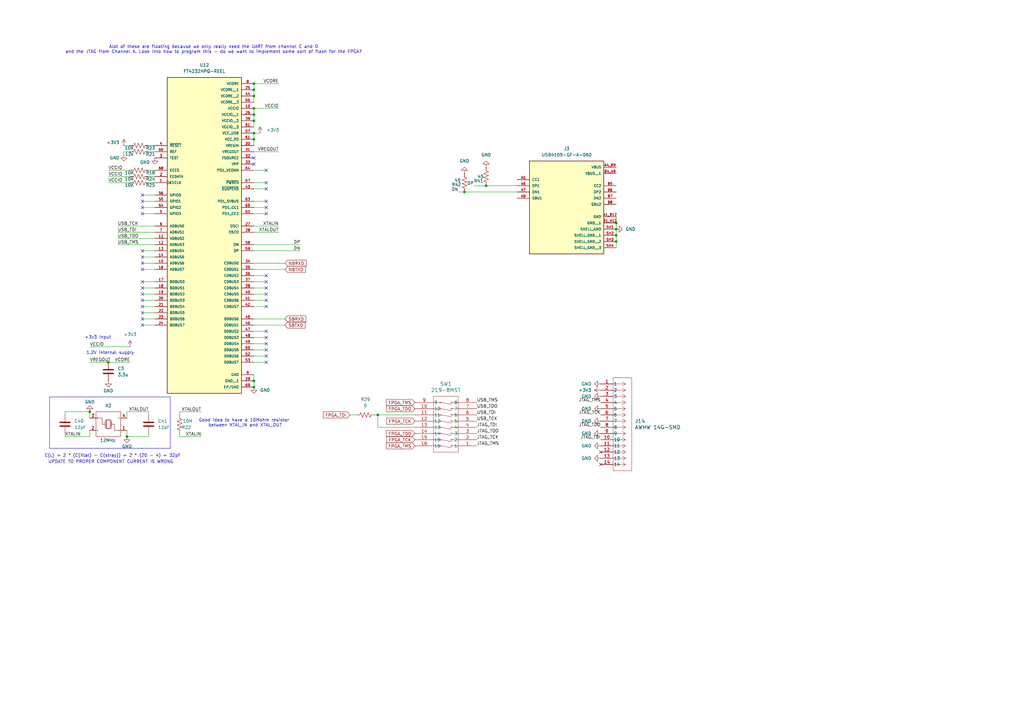
<source format=kicad_sch>
(kicad_sch (version 20250114) (generator "eeschema") (generator_version "9.0")
  (paper "A3")
  (lib_symbols
    (symbol "219_8MST:219-8MST" (pin_names (offset 0.254))
      (property "Reference" "SW" (at 12.7 7.62 0))
      (property "Value" "219-8MST" (at 12.7 5.08 0))
      (symbol "219-8MST_0_1"
        (polyline (pts (xy 7.62 2.54) (xy 7.62 -20.32)) (stroke (width 0.127)))
        (polyline (pts (xy 7.62 0) (xy 10.16 0)) (stroke (width 0.127)))
        (polyline (pts (xy 7.62 -2.54) (xy 10.16 -2.54)) (stroke (width 0.127)))
        (polyline (pts (xy 7.62 -5.08) (xy 10.16 -5.08)) (stroke (width 0.127)))
        (polyline (pts (xy 7.62 -7.62) (xy 10.16 -7.62)) (stroke (width 0.127)))
        (polyline (pts (xy 7.62 -10.16) (xy 10.16 -10.16)) (stroke (width 0.127)))
        (polyline (pts (xy 7.62 -12.7) (xy 10.16 -12.7)) (stroke (width 0.127)))
        (polyline (pts (xy 7.62 -15.24) (xy 10.16 -15.24)) (stroke (width 0.127)))
        (polyline (pts (xy 7.62 -17.78) (xy 10.16 -17.78)) (stroke (width 0.127)))
        (polyline (pts (xy 7.62 -20.32) (xy 17.78 -20.32)) (stroke (width 0.127)))
        (circle (center 10.414 0) (radius 0.254) (stroke (width 0.127)))
        (circle (center 10.414 -2.54) (radius 0.254) (stroke (width 0.127)))
        (circle (center 10.414 -5.08) (radius 0.254) (stroke (width 0.127)))
        (circle (center 10.414 -7.62) (radius 0.254) (stroke (width 0.127)))
        (circle (center 10.414 -10.16) (radius 0.254) (stroke (width 0.127)))
        (circle (center 10.414 -12.7) (radius 0.254) (stroke (width 0.127)))
        (circle (center 10.414 -15.24) (radius 0.254) (stroke (width 0.127)))
        (circle (center 10.414 -17.78) (radius 0.254) (stroke (width 0.127)))
        (polyline (pts (xy 14.732 0) (xy 10.414 0.762)) (stroke (width 0.127)))
        (polyline (pts (xy 14.732 -2.54) (xy 10.414 -1.778)) (stroke (width 0.127)))
        (polyline (pts (xy 14.732 -5.08) (xy 10.414 -4.318)) (stroke (width 0.127)))
        (polyline (pts (xy 14.732 -7.62) (xy 10.414 -6.858)) (stroke (width 0.127)))
        (polyline (pts (xy 14.732 -10.16) (xy 10.414 -9.398)) (stroke (width 0.127)))
        (polyline (pts (xy 14.732 -12.7) (xy 10.414 -11.938)) (stroke (width 0.127)))
        (polyline (pts (xy 14.732 -15.24) (xy 10.414 -14.478)) (stroke (width 0.127)))
        (polyline (pts (xy 14.732 -17.78) (xy 10.414 -17.018)) (stroke (width 0.127)))
        (circle (center 14.986 0) (radius 0.254) (stroke (width 0.127)))
        (circle (center 14.986 -2.54) (radius 0.254) (stroke (width 0.127)))
        (circle (center 14.986 -5.08) (radius 0.254) (stroke (width 0.127)))
        (circle (center 14.986 -7.62) (radius 0.254) (stroke (width 0.127)))
        (circle (center 14.986 -10.16) (radius 0.254) (stroke (width 0.127)))
        (circle (center 14.986 -12.7) (radius 0.254) (stroke (width 0.127)))
        (circle (center 14.986 -15.24) (radius 0.254) (stroke (width 0.127)))
        (circle (center 14.986 -17.78) (radius 0.254) (stroke (width 0.127)))
        (polyline (pts (xy 15.24 0) (xy 17.78 0)) (stroke (width 0.127)))
        (polyline (pts (xy 15.24 -2.54) (xy 17.78 -2.54)) (stroke (width 0.127)))
        (polyline (pts (xy 15.24 -5.08) (xy 17.78 -5.08)) (stroke (width 0.127)))
        (polyline (pts (xy 15.24 -7.62) (xy 17.78 -7.62)) (stroke (width 0.127)))
        (polyline (pts (xy 15.24 -10.16) (xy 17.78 -10.16)) (stroke (width 0.127)))
        (polyline (pts (xy 15.24 -12.7) (xy 17.78 -12.7)) (stroke (width 0.127)))
        (polyline (pts (xy 15.24 -15.24) (xy 17.78 -15.24)) (stroke (width 0.127)))
        (polyline (pts (xy 15.24 -17.78) (xy 17.78 -17.78)) (stroke (width 0.127)))
        (polyline (pts (xy 17.78 2.54) (xy 7.62 2.54)) (stroke (width 0.127)))
        (polyline (pts (xy 17.78 -20.32) (xy 17.78 2.54)) (stroke (width 0.127)))
        (pin unspecified line (at 0 0 0) (length 7.62) (name "1") (number "1"))
        (pin unspecified line (at 0 -2.54 0) (length 7.62) (name "2") (number "2"))
        (pin unspecified line (at 0 -5.08 0) (length 7.62) (name "3") (number "3"))
        (pin unspecified line (at 0 -7.62 0) (length 7.62) (name "4") (number "4"))
        (pin unspecified line (at 0 -10.16 0) (length 7.62) (name "5") (number "5"))
        (pin unspecified line (at 0 -12.7 0) (length 7.62) (name "6") (number "6"))
        (pin unspecified line (at 0 -15.24 0) (length 7.62) (name "7") (number "7"))
        (pin unspecified line (at 0 -17.78 0) (length 7.62) (name "8") (number "8"))
        (pin unspecified line (at 25.4 0 180) (length 7.62) (name "16") (number "16"))
        (pin unspecified line (at 25.4 -2.54 180) (length 7.62) (name "15") (number "15"))
        (pin unspecified line (at 25.4 -5.08 180) (length 7.62) (name "14") (number "14"))
        (pin unspecified line (at 25.4 -7.62 180) (length 7.62) (name "13") (number "13"))
        (pin unspecified line (at 25.4 -10.16 180) (length 7.62) (name "12") (number "12"))
        (pin unspecified line (at 25.4 -12.7 180) (length 7.62) (name "11") (number "11"))
        (pin unspecified line (at 25.4 -15.24 180) (length 7.62) (name "10") (number "10"))
        (pin unspecified line (at 25.4 -17.78 180) (length 7.62) (name "9") (number "9"))
      )
    )
    (symbol "Device:C" (pin_numbers (hide yes)) (pin_names (offset 0.254))
      (property "Reference" "C" (at 0.635 2.54 0))
      (property "Value" "C" (at 0.635 -2.54 0))
      (symbol "C_0_1"
        (polyline (pts (xy -2.032 0.762) (xy 2.032 0.762)) (stroke (width 0.508)))
        (polyline (pts (xy -2.032 -0.762) (xy 2.032 -0.762)) (stroke (width 0.508)))
      )
      (symbol "C_1_1"
        (pin passive line (at 0 3.81 270) (length 2.794) (name "~") (number "1"))
        (pin passive line (at 0 -3.81 90) (length 2.794) (name "~") (number "2"))
      )
    )
    (symbol "Device:R_US" (pin_numbers (hide yes)) (pin_names (offset 0))
      (property "Reference" "R" (at 2.54 0 90))
      (property "Value" "R_US" (at -2.54 0 90))
      (symbol "R_US_0_1"
        (polyline (pts (xy 0 2.286) (xy 0 2.54)))
        (polyline (pts (xy 0 2.286) (xy 1.016 1.905) (xy 0 1.524) (xy -1.016 1.143) (xy 0 0.762)))
        (polyline (pts (xy 0 0.762) (xy 1.016 0.381) (xy 0 0) (xy -1.016 -0.381) (xy 0 -0.762)))
        (polyline (pts (xy 0 -0.762) (xy 1.016 -1.143) (xy 0 -1.524) (xy -1.016 -1.905) (xy 0 -2.286)))
        (polyline (pts (xy 0 -2.286) (xy 0 -2.54)))
      )
      (symbol "R_US_1_1"
        (pin passive line (at 0 3.81 270) (length 1.27) (name "~") (number "1"))
        (pin passive line (at 0 -3.81 90) (length 1.27) (name "~") (number "2"))
      )
    )
    (symbol "FPGA&MCU:FT4232HPQ-REEL" (pin_names (offset 1.016))
      (property "Reference" "U" (at -15.24 56.515 0))
      (property "Value" "FT4232HPQ-REEL" (at -15.24 -76.2 0))
      (symbol "FT4232HPQ-REEL_0_0"
        (rectangle (start -15.24 -73.66) (end 15.24 55.88) (stroke (width 0.254)) (fill (type background)))
        (pin input line (at -20.32 27.94 0) (length 5.08) (name "~{RESET}") (number "4"))
        (pin input line (at -20.32 25.4 0) (length 5.08) (name "REF") (number "60"))
        (pin input line (at -20.32 22.86 0) (length 5.08) (name "TEST") (number "3"))
        (pin bidirectional line (at -20.32 17.78 0) (length 5.08) (name "EECS") (number "68"))
        (pin bidirectional line (at -20.32 15.24 0) (length 5.08) (name "EEDATA") (number "2"))
        (pin output clock (at -20.32 12.7 0) (length 5.08) (name "EECLK") (number "1"))
        (pin bidirectional line (at -20.32 7.62 0) (length 5.08) (name "GPIO0") (number "56"))
        (pin bidirectional line (at -20.32 5.08 0) (length 5.08) (name "GPIO1") (number "55"))
        (pin bidirectional line (at -20.32 2.54 0) (length 5.08) (name "GPIO2") (number "54"))
        (pin bidirectional line (at -20.32 0 0) (length 5.08) (name "GPIO3") (number "5"))
        (pin bidirectional line (at -20.32 -5.08 0) (length 5.08) (name "ADBUS0") (number "6"))
        (pin bidirectional line (at -20.32 -7.62 0) (length 5.08) (name "ADBUS1") (number "7"))
        (pin bidirectional line (at -20.32 -10.16 0) (length 5.08) (name "ADBUS2") (number "11"))
        (pin bidirectional line (at -20.32 -12.7 0) (length 5.08) (name "ADBUS3") (number "12"))
        (pin bidirectional line (at -20.32 -15.24 0) (length 5.08) (name "ADBUS4") (number "13"))
        (pin bidirectional line (at -20.32 -17.78 0) (length 5.08) (name "ADBUS5") (number "14"))
        (pin bidirectional line (at -20.32 -20.32 0) (length 5.08) (name "ADBUS6") (number "15"))
        (pin bidirectional line (at -20.32 -22.86 0) (length 5.08) (name "ADBUS7") (number "16"))
        (pin bidirectional line (at -20.32 -27.94 0) (length 5.08) (name "BDBUS0") (number "17"))
        (pin bidirectional line (at -20.32 -30.48 0) (length 5.08) (name "BDBUS1") (number "18"))
        (pin bidirectional line (at -20.32 -33.02 0) (length 5.08) (name "BDBUS2") (number "19"))
        (pin bidirectional line (at -20.32 -35.56 0) (length 5.08) (name "BDBUS3") (number "20"))
        (pin bidirectional line (at -20.32 -38.1 0) (length 5.08) (name "BDBUS4") (number "21"))
        (pin bidirectional line (at -20.32 -40.64 0) (length 5.08) (name "BDBUS5") (number "22"))
        (pin bidirectional line (at -20.32 -43.18 0) (length 5.08) (name "BDBUS6") (number "23"))
        (pin bidirectional line (at -20.32 -45.72 0) (length 5.08) (name "BDBUS7") (number "24"))
        (pin power_in line (at 20.32 53.34 180) (length 5.08) (name "VCORE") (number "8"))
        (pin power_in line (at 20.32 50.8 180) (length 5.08) (name "VCORE__1") (number "25"))
        (pin power_in line (at 20.32 48.26 180) (length 5.08) (name "VCORE__2") (number "44"))
        (pin power_in line (at 20.32 45.72 180) (length 5.08) (name "VCORE__3") (number "66"))
        (pin power_in line (at 20.32 43.18 180) (length 5.08) (name "VCCIO") (number "10"))
        (pin power_in line (at 20.32 40.64 180) (length 5.08) (name "VCCIO__1") (number "26"))
        (pin power_in line (at 20.32 38.1 180) (length 5.08) (name "VCCIO__2") (number "39"))
        (pin power_in line (at 20.32 35.56 180) (length 5.08) (name "VCCIO__3") (number "51"))
        (pin power_in line (at 20.32 33.02 180) (length 5.08) (name "VCC_USB") (number "57"))
        (pin power_in line (at 20.32 30.48 180) (length 5.08) (name "VCC_PD") (number "61"))
        (pin power_in line (at 20.32 27.94 180) (length 5.08) (name "VREGIN") (number "30"))
        (pin power_in line (at 20.32 25.4 180) (length 5.08) (name "VREGOUT") (number "31"))
        (pin power_in line (at 20.32 22.86 180) (length 5.08) (name "FSOURCE") (number "32"))
        (pin power_in line (at 20.32 20.32 180) (length 5.08) (name "VPP") (number "33"))
        (pin power_in line (at 20.32 17.78 180) (length 5.08) (name "PD1_VCONN") (number "64"))
        (pin output line (at 20.32 12.7 180) (length 5.08) (name "~{PWREN}") (number "67"))
        (pin output line (at 20.32 10.16 180) (length 5.08) (name "~{SUSPEND}") (number "43"))
        (pin input line (at 20.32 5.08 180) (length 5.08) (name "PD1_SVBUS") (number "63"))
        (pin bidirectional line (at 20.32 2.54 180) (length 5.08) (name "PD1_CC1") (number "65"))
        (pin bidirectional line (at 20.32 0 180) (length 5.08) (name "PD1_CC2") (number "62"))
        (pin input line (at 20.32 -5.08 180) (length 5.08) (name "OSCI") (number "27"))
        (pin output line (at 20.32 -7.62 180) (length 5.08) (name "OSCO") (number "28"))
        (pin bidirectional line (at 20.32 -12.7 180) (length 5.08) (name "DM") (number "58"))
        (pin bidirectional line (at 20.32 -15.24 180) (length 5.08) (name "DP") (number "59"))
        (pin bidirectional line (at 20.32 -20.32 180) (length 5.08) (name "CDBUS0") (number "34"))
        (pin bidirectional line (at 20.32 -22.86 180) (length 5.08) (name "CDBUS1") (number "35"))
        (pin bidirectional line (at 20.32 -25.4 180) (length 5.08) (name "CDBUS2") (number "36"))
        (pin bidirectional line (at 20.32 -27.94 180) (length 5.08) (name "CDBUS3") (number "37"))
        (pin bidirectional line (at 20.32 -30.48 180) (length 5.08) (name "CDBUS4") (number "38"))
        (pin bidirectional line (at 20.32 -33.02 180) (length 5.08) (name "CDBUS5") (number "40"))
        (pin bidirectional line (at 20.32 -35.56 180) (length 5.08) (name "CDBUS6") (number "41"))
        (pin bidirectional line (at 20.32 -38.1 180) (length 5.08) (name "CDBUS7") (number "42"))
        (pin bidirectional line (at 20.32 -43.18 180) (length 5.08) (name "DDBUS0") (number "45"))
        (pin bidirectional line (at 20.32 -45.72 180) (length 5.08) (name "DDBUS1") (number "46"))
        (pin bidirectional line (at 20.32 -48.26 180) (length 5.08) (name "DDBUS2") (number "47"))
        (pin bidirectional line (at 20.32 -50.8 180) (length 5.08) (name "DDBUS3") (number "48"))
        (pin bidirectional line (at 20.32 -53.34 180) (length 5.08) (name "DDBUS4") (number "49"))
        (pin bidirectional line (at 20.32 -55.88 180) (length 5.08) (name "DDBUS5") (number "50"))
        (pin bidirectional line (at 20.32 -58.42 180) (length 5.08) (name "DDBUS6") (number "52"))
        (pin bidirectional line (at 20.32 -60.96 180) (length 5.08) (name "DDBUS7") (number "53"))
        (pin power_in line (at 20.32 -66.04 180) (length 5.08) (name "GND") (number "9"))
        (pin power_in line (at 20.32 -68.58 180) (length 5.08) (name "GND__1") (number "29"))
        (pin power_in line (at 20.32 -71.12 180) (length 5.08) (name "EP/GND") (number "69"))
      )
    )
    (symbol "FPGA&MCU:X322512MSB4SI"
      (property "Reference" "X" (at 0 0 0))
      (symbol "X322512MSB4SI_1_0"
        (polyline (pts (xy -5.08 -2.54) (xy -2.54 -2.54) (xy -2.54 -2.54) (xy -2.54 0) (xy -2.54 0) (xy -1.524 0)))
        (rectangle (start -5.08 -5.08) (end 5.08 5.08))
        (polyline (pts (xy -1.27 -1.016) (xy -1.27 1.016)))
        (polyline (pts (xy -1.27 -1.778) (xy -1.27 1.778)))
        (polyline (pts (xy -0.762 -1.778) (xy -0.762 1.778) (xy -0.762 1.778) (xy 0.762 1.778) (xy 0.762 1.778) (xy 0.762 -1.778)))
        (polyline (pts (xy 0.762 1.778) (xy 0.762 -1.778) (xy 0.762 -1.778) (xy -0.762 -1.778) (xy -0.762 -1.778) (xy -0.762 1.778) (xy -0.762 1.778) (xy 0.762 1.778)))
        (polyline (pts (xy 0.762 -1.778) (xy -0.762 -1.778)))
        (polyline (pts (xy 1.27 -1.016) (xy 1.27 1.016)))
        (polyline (pts (xy 1.27 -1.778) (xy 1.27 1.778)))
        (polyline (pts (xy 5.08 2.54) (xy 2.54 2.54) (xy 2.54 2.54) (xy 2.54 0) (xy 2.54 0) (xy 1.524 0)))
        (pin unspecified line (at -7.62 2.54 0) (length 2.54) (name "GND") (number "4"))
        (pin unspecified line (at -7.62 -2.54 0) (length 2.54) (name "OSC1") (number "1"))
        (pin unspecified line (at 7.62 2.54 180) (length 2.54) (name "OSC2") (number "3"))
        (pin unspecified line (at 7.62 -2.54 180) (length 2.54) (name "GND") (number "2"))
      )
    )
    (symbol "FPGA_Interface:AWHW_14G-SMD" (pin_names (offset 0.254))
      (property "Reference" "J" (at 8.89 6.35 0))
      (property "Value" "AWHW 14G-SMD" (at 0 0 0))
      (symbol "AWHW_14G-SMD_1_1"
        (polyline (pts (xy 5.08 2.54) (xy 5.08 -35.56)) (stroke (width 0.127)))
        (polyline (pts (xy 5.08 -35.56) (xy 12.7 -35.56)) (stroke (width 0.127)))
        (polyline (pts (xy 10.16 0) (xy 5.08 0)) (stroke (width 0.127)))
        (polyline (pts (xy 10.16 0) (xy 8.89 0.8467)) (stroke (width 0.127)))
        (polyline (pts (xy 10.16 0) (xy 8.89 -0.8467)) (stroke (width 0.127)))
        (polyline (pts (xy 10.16 -2.54) (xy 5.08 -2.54)) (stroke (width 0.127)))
        (polyline (pts (xy 10.16 -2.54) (xy 8.89 -1.6933)) (stroke (width 0.127)))
        (polyline (pts (xy 10.16 -2.54) (xy 8.89 -3.3867)) (stroke (width 0.127)))
        (polyline (pts (xy 10.16 -5.08) (xy 5.08 -5.08)) (stroke (width 0.127)))
        (polyline (pts (xy 10.16 -5.08) (xy 8.89 -4.2333)) (stroke (width 0.127)))
        (polyline (pts (xy 10.16 -5.08) (xy 8.89 -5.9267)) (stroke (width 0.127)))
        (polyline (pts (xy 10.16 -7.62) (xy 5.08 -7.62)) (stroke (width 0.127)))
        (polyline (pts (xy 10.16 -7.62) (xy 8.89 -6.7733)) (stroke (width 0.127)))
        (polyline (pts (xy 10.16 -7.62) (xy 8.89 -8.4667)) (stroke (width 0.127)))
        (polyline (pts (xy 10.16 -10.16) (xy 5.08 -10.16)) (stroke (width 0.127)))
        (polyline (pts (xy 10.16 -10.16) (xy 8.89 -9.3133)) (stroke (width 0.127)))
        (polyline (pts (xy 10.16 -10.16) (xy 8.89 -11.0067)) (stroke (width 0.127)))
        (polyline (pts (xy 10.16 -12.7) (xy 5.08 -12.7)) (stroke (width 0.127)))
        (polyline (pts (xy 10.16 -12.7) (xy 8.89 -11.8533)) (stroke (width 0.127)))
        (polyline (pts (xy 10.16 -12.7) (xy 8.89 -13.5467)) (stroke (width 0.127)))
        (polyline (pts (xy 10.16 -15.24) (xy 5.08 -15.24)) (stroke (width 0.127)))
        (polyline (pts (xy 10.16 -15.24) (xy 8.89 -14.3933)) (stroke (width 0.127)))
        (polyline (pts (xy 10.16 -15.24) (xy 8.89 -16.0867)) (stroke (width 0.127)))
        (polyline (pts (xy 10.16 -17.78) (xy 5.08 -17.78)) (stroke (width 0.127)))
        (polyline (pts (xy 10.16 -17.78) (xy 8.89 -16.9333)) (stroke (width 0.127)))
        (polyline (pts (xy 10.16 -17.78) (xy 8.89 -18.6267)) (stroke (width 0.127)))
        (polyline (pts (xy 10.16 -20.32) (xy 5.08 -20.32)) (stroke (width 0.127)))
        (polyline (pts (xy 10.16 -20.32) (xy 8.89 -19.4733)) (stroke (width 0.127)))
        (polyline (pts (xy 10.16 -20.32) (xy 8.89 -21.1667)) (stroke (width 0.127)))
        (polyline (pts (xy 10.16 -22.86) (xy 5.08 -22.86)) (stroke (width 0.127)))
        (polyline (pts (xy 10.16 -22.86) (xy 8.89 -22.0133)) (stroke (width 0.127)))
        (polyline (pts (xy 10.16 -22.86) (xy 8.89 -23.7067)) (stroke (width 0.127)))
        (polyline (pts (xy 10.16 -25.4) (xy 5.08 -25.4)) (stroke (width 0.127)))
        (polyline (pts (xy 10.16 -25.4) (xy 8.89 -24.5533)) (stroke (width 0.127)))
        (polyline (pts (xy 10.16 -25.4) (xy 8.89 -26.2467)) (stroke (width 0.127)))
        (polyline (pts (xy 10.16 -27.94) (xy 5.08 -27.94)) (stroke (width 0.127)))
        (polyline (pts (xy 10.16 -27.94) (xy 8.89 -27.0933)) (stroke (width 0.127)))
        (polyline (pts (xy 10.16 -27.94) (xy 8.89 -28.7867)) (stroke (width 0.127)))
        (polyline (pts (xy 10.16 -30.48) (xy 5.08 -30.48)) (stroke (width 0.127)))
        (polyline (pts (xy 10.16 -30.48) (xy 8.89 -29.6333)) (stroke (width 0.127)))
        (polyline (pts (xy 10.16 -30.48) (xy 8.89 -31.3267)) (stroke (width 0.127)))
        (polyline (pts (xy 10.16 -33.02) (xy 5.08 -33.02)) (stroke (width 0.127)))
        (polyline (pts (xy 10.16 -33.02) (xy 8.89 -32.1733)) (stroke (width 0.127)))
        (polyline (pts (xy 10.16 -33.02) (xy 8.89 -33.8667)) (stroke (width 0.127)))
        (polyline (pts (xy 12.7 2.54) (xy 5.08 2.54)) (stroke (width 0.127)))
        (polyline (pts (xy 12.7 -35.56) (xy 12.7 2.54)) (stroke (width 0.127)))
        (pin unspecified line (at 0 0 0) (length 5.08) (name "1") (number "1"))
        (pin unspecified line (at 0 -2.54 0) (length 5.08) (name "2") (number "2"))
        (pin unspecified line (at 0 -5.08 0) (length 5.08) (name "3") (number "3"))
        (pin unspecified line (at 0 -7.62 0) (length 5.08) (name "4") (number "4"))
        (pin unspecified line (at 0 -10.16 0) (length 5.08) (name "5") (number "5"))
        (pin unspecified line (at 0 -12.7 0) (length 5.08) (name "6") (number "6"))
        (pin unspecified line (at 0 -15.24 0) (length 5.08) (name "7") (number "7"))
        (pin unspecified line (at 0 -17.78 0) (length 5.08) (name "8") (number "8"))
        (pin unspecified line (at 0 -20.32 0) (length 5.08) (name "9") (number "9"))
        (pin unspecified line (at 0 -22.86 0) (length 5.08) (name "10") (number "10"))
        (pin unspecified line (at 0 -25.4 0) (length 5.08) (name "11") (number "11"))
        (pin unspecified line (at 0 -27.94 0) (length 5.08) (name "12") (number "12"))
        (pin unspecified line (at 0 -30.48 0) (length 5.08) (name "13") (number "13"))
        (pin unspecified line (at 0 -33.02 0) (length 5.08) (name "14") (number "14"))
      )
      (symbol "AWHW_14G-SMD_1_2"
        (polyline (pts (xy 5.08 2.54) (xy 5.08 -35.56)) (stroke (width 0.127)))
        (polyline (pts (xy 5.08 -35.56) (xy 12.7 -35.56)) (stroke (width 0.127)))
        (polyline (pts (xy 7.62 0) (xy 5.08 0)) (stroke (width 0.127)))
        (polyline (pts (xy 7.62 0) (xy 8.89 0.8467)) (stroke (width 0.127)))
        (polyline (pts (xy 7.62 0) (xy 8.89 -0.8467)) (stroke (width 0.127)))
        (polyline (pts (xy 7.62 -2.54) (xy 5.08 -2.54)) (stroke (width 0.127)))
        (polyline (pts (xy 7.62 -2.54) (xy 8.89 -1.6933)) (stroke (width 0.127)))
        (polyline (pts (xy 7.62 -2.54) (xy 8.89 -3.3867)) (stroke (width 0.127)))
        (polyline (pts (xy 7.62 -5.08) (xy 5.08 -5.08)) (stroke (width 0.127)))
        (polyline (pts (xy 7.62 -5.08) (xy 8.89 -4.2333)) (stroke (width 0.127)))
        (polyline (pts (xy 7.62 -5.08) (xy 8.89 -5.9267)) (stroke (width 0.127)))
        (polyline (pts (xy 7.62 -7.62) (xy 5.08 -7.62)) (stroke (width 0.127)))
        (polyline (pts (xy 7.62 -7.62) (xy 8.89 -6.7733)) (stroke (width 0.127)))
        (polyline (pts (xy 7.62 -7.62) (xy 8.89 -8.4667)) (stroke (width 0.127)))
        (polyline (pts (xy 7.62 -10.16) (xy 5.08 -10.16)) (stroke (width 0.127)))
        (polyline (pts (xy 7.62 -10.16) (xy 8.89 -9.3133)) (stroke (width 0.127)))
        (polyline (pts (xy 7.62 -10.16) (xy 8.89 -11.0067)) (stroke (width 0.127)))
        (polyline (pts (xy 7.62 -12.7) (xy 5.08 -12.7)) (stroke (width 0.127)))
        (polyline (pts (xy 7.62 -12.7) (xy 8.89 -11.8533)) (stroke (width 0.127)))
        (polyline (pts (xy 7.62 -12.7) (xy 8.89 -13.5467)) (stroke (width 0.127)))
        (polyline (pts (xy 7.62 -15.24) (xy 5.08 -15.24)) (stroke (width 0.127)))
        (polyline (pts (xy 7.62 -15.24) (xy 8.89 -14.3933)) (stroke (width 0.127)))
        (polyline (pts (xy 7.62 -15.24) (xy 8.89 -16.0867)) (stroke (width 0.127)))
        (polyline (pts (xy 7.62 -17.78) (xy 5.08 -17.78)) (stroke (width 0.127)))
        (polyline (pts (xy 7.62 -17.78) (xy 8.89 -16.9333)) (stroke (width 0.127)))
        (polyline (pts (xy 7.62 -17.78) (xy 8.89 -18.6267)) (stroke (width 0.127)))
        (polyline (pts (xy 7.62 -20.32) (xy 5.08 -20.32)) (stroke (width 0.127)))
        (polyline (pts (xy 7.62 -20.32) (xy 8.89 -19.4733)) (stroke (width 0.127)))
        (polyline (pts (xy 7.62 -20.32) (xy 8.89 -21.1667)) (stroke (width 0.127)))
        (polyline (pts (xy 7.62 -22.86) (xy 5.08 -22.86)) (stroke (width 0.127)))
        (polyline (pts (xy 7.62 -22.86) (xy 8.89 -22.0133)) (stroke (width 0.127)))
        (polyline (pts (xy 7.62 -22.86) (xy 8.89 -23.7067)) (stroke (width 0.127)))
        (polyline (pts (xy 7.62 -25.4) (xy 5.08 -25.4)) (stroke (width 0.127)))
        (polyline (pts (xy 7.62 -25.4) (xy 8.89 -24.5533)) (stroke (width 0.127)))
        (polyline (pts (xy 7.62 -25.4) (xy 8.89 -26.2467)) (stroke (width 0.127)))
        (polyline (pts (xy 7.62 -27.94) (xy 5.08 -27.94)) (stroke (width 0.127)))
        (polyline (pts (xy 7.62 -27.94) (xy 8.89 -27.0933)) (stroke (width 0.127)))
        (polyline (pts (xy 7.62 -27.94) (xy 8.89 -28.7867)) (stroke (width 0.127)))
        (polyline (pts (xy 7.62 -30.48) (xy 5.08 -30.48)) (stroke (width 0.127)))
        (polyline (pts (xy 7.62 -30.48) (xy 8.89 -29.6333)) (stroke (width 0.127)))
        (polyline (pts (xy 7.62 -30.48) (xy 8.89 -31.3267)) (stroke (width 0.127)))
        (polyline (pts (xy 7.62 -33.02) (xy 5.08 -33.02)) (stroke (width 0.127)))
        (polyline (pts (xy 7.62 -33.02) (xy 8.89 -32.1733)) (stroke (width 0.127)))
        (polyline (pts (xy 7.62 -33.02) (xy 8.89 -33.8667)) (stroke (width 0.127)))
        (polyline (pts (xy 12.7 2.54) (xy 5.08 2.54)) (stroke (width 0.127)))
        (polyline (pts (xy 12.7 -35.56) (xy 12.7 2.54)) (stroke (width 0.127)))
        (pin unspecified line (at 0 0 0) (length 5.08) (name "1") (number "1"))
        (pin unspecified line (at 0 -2.54 0) (length 5.08) (name "2") (number "2"))
        (pin unspecified line (at 0 -5.08 0) (length 5.08) (name "3") (number "3"))
        (pin unspecified line (at 0 -7.62 0) (length 5.08) (name "4") (number "4"))
        (pin unspecified line (at 0 -10.16 0) (length 5.08) (name "5") (number "5"))
        (pin unspecified line (at 0 -12.7 0) (length 5.08) (name "6") (number "6"))
        (pin unspecified line (at 0 -15.24 0) (length 5.08) (name "7") (number "7"))
        (pin unspecified line (at 0 -17.78 0) (length 5.08) (name "8") (number "8"))
        (pin unspecified line (at 0 -20.32 0) (length 5.08) (name "9") (number "9"))
        (pin unspecified line (at 0 -22.86 0) (length 5.08) (name "10") (number "10"))
        (pin unspecified line (at 0 -25.4 0) (length 5.08) (name "11") (number "11"))
        (pin unspecified line (at 0 -27.94 0) (length 5.08) (name "12") (number "12"))
        (pin unspecified line (at 0 -30.48 0) (length 5.08) (name "13") (number "13"))
        (pin unspecified line (at 0 -33.02 0) (length 5.08) (name "14") (number "14"))
      )
    )
    (symbol "FPGA_Interface:USB4105-GF-A-060" (pin_names (offset 1.016))
      (property "Reference" "J" (at -15.24 13.97 0))
      (property "Value" "USB4105-GF-A-060" (at -15.24 -27.94 0))
      (symbol "USB4105-GF-A-060_0_0"
        (rectangle (start -15.24 -25.4) (end 15.24 12.7) (stroke (width 0.254)) (fill (type background)))
        (pin bidirectional line (at -20.32 5.08 0) (length 5.08) (name "CC1") (number "A5"))
        (pin bidirectional line (at -20.32 2.54 0) (length 5.08) (name "DP1") (number "A6"))
        (pin bidirectional line (at -20.32 0 0) (length 5.08) (name "DN1") (number "A7"))
        (pin bidirectional line (at -20.32 -2.54 0) (length 5.08) (name "SBU1") (number "A8"))
        (pin power_in line (at 20.32 10.16 180) (length 5.08) (name "VBUS") (number "A4_B9"))
        (pin power_in line (at 20.32 7.62 180) (length 5.08) (name "VBUS__1") (number "B4_A9"))
        (pin bidirectional line (at 20.32 2.54 180) (length 5.08) (name "CC2") (number "B5"))
        (pin bidirectional line (at 20.32 0 180) (length 5.08) (name "DP2") (number "B6"))
        (pin bidirectional line (at 20.32 -2.54 180) (length 5.08) (name "DN2") (number "B7"))
        (pin bidirectional line (at 20.32 -5.08 180) (length 5.08) (name "SBU2") (number "B8"))
        (pin power_in line (at 20.32 -10.16 180) (length 5.08) (name "GND") (number "A1_B12"))
        (pin power_in line (at 20.32 -12.7 180) (length 5.08) (name "GND__1") (number "B1_A12"))
        (pin power_in line (at 20.32 -15.24 180) (length 5.08) (name "SHELL_GND") (number "SH1"))
        (pin power_in line (at 20.32 -17.78 180) (length 5.08) (name "SHELL_GND__1") (number "SH2"))
        (pin power_in line (at 20.32 -20.32 180) (length 5.08) (name "SHELL_GND__2") (number "SH3"))
        (pin power_in line (at 20.32 -22.86 180) (length 5.08) (name "SHELL_GND__3") (number "SH4"))
      )
    )
    (symbol "power:+3V3" (power) (pin_numbers (hide yes)) (pin_names (offset 0) (hide yes))
      (property "Value" "+3V3" (at 0 3.556 0))
      (symbol "+3V3_0_1"
        (polyline (pts (xy -0.762 1.27) (xy 0 2.54)))
        (polyline (pts (xy 0 2.54) (xy 0.762 1.27)))
        (polyline (pts (xy 0 0) (xy 0 2.54)))
      )
      (symbol "+3V3_1_1"
        (pin power_in line (at 0 0 90) (length 0) (name "~") (number "1"))
      )
    )
    (symbol "power:GND" (power) (pin_numbers (hide yes)) (pin_names (offset 0) (hide yes))
      (property "Value" "GND" (at 0 -3.81 0))
      (symbol "GND_0_1"
        (polyline (pts (xy 0 0) (xy 0 -1.27) (xy 1.27 -1.27) (xy 0 -2.54) (xy -1.27 -1.27) (xy 0 -1.27)))
      )
      (symbol "GND_1_1"
        (pin power_in line (at 0 0 270) (length 0) (name "~") (number "1"))
      )
    )
  )
  (rectangle (start 20.32 162.814) (end 69.85 183.896))
  (text "1.2V internal supply\n" (at 45.212 144.78 0) (effects (font (size 1.27 1.27))))
  (text "Alot of these are floating because we only really need the UART from channel C and D\nand the JTAG from Channel A. Look into how to program this - do we want to implement some sort of flash for the FPGA?\n" (at 87.63 20.32 0) (effects (font (size 1.27 1.27))))
  (text "UPDATE TO PROPER COMPONENT CURRENT IS WRONG\n" (at 45.466 189.484 0) (effects (font (size 1.27 1.27))))
  (text "Good idea to have a 10Mohm resistor \nbetween XTAL_IN and XTAL_OUT" (at 100.584 173.482 0) (effects (font (size 1.27 1.27))))
  (text "+3v3 Input\n" (at 40.132 138.43 0) (effects (font (size 1.27 1.27))))
  (text "C(L) = 2 * (C(Xtal) - C(stray)) = 2 * (20 - 4) = 32pF\n" (at 46.228 186.944 0) (effects (font (size 1.27 1.27))))
  (junction (at 104.14 49.53))
  (junction (at 104.14 158.75))
  (junction (at 104.14 39.37))
  (junction (at 104.14 46.99))
  (junction (at 44.45 148.59))
  (junction (at 104.14 34.29))
  (junction (at 252.73 93.98))
  (junction (at 52.07 179.07))
  (junction (at 252.73 96.52))
  (junction (at 190.5 78.74))
  (junction (at 104.14 57.15))
  (junction (at 104.14 36.83))
  (junction (at 104.14 54.61))
  (junction (at 36.83 168.91))
  (junction (at 199.39 76.2))
  (junction (at 104.14 156.21))
  (junction (at 252.73 99.06))
  (junction (at 154.94 170.18))
  (junction (at 252.73 91.44))
  (junction (at 104.14 44.45))
  (no_connect (at 109.22 87.63))
  (no_connect (at 58.42 80.01))
  (no_connect (at 109.22 143.51))
  (no_connect (at 58.42 120.65))
  (no_connect (at 109.22 69.85))
  (no_connect (at 58.42 123.19))
  (no_connect (at 109.22 135.89))
  (no_connect (at 109.22 148.59))
  (no_connect (at 109.22 113.03))
  (no_connect (at 109.22 125.73))
  (no_connect (at 58.42 128.27))
  (no_connect (at 246.38 185.42))
  (no_connect (at 109.22 120.65))
  (no_connect (at 109.22 82.55))
  (no_connect (at 109.22 140.97))
  (no_connect (at 58.42 85.09))
  (no_connect (at 58.42 118.11))
  (no_connect (at 58.42 110.49))
  (no_connect (at 58.42 115.57))
  (no_connect (at 109.22 118.11))
  (no_connect (at 58.42 125.73))
  (no_connect (at 58.42 87.63))
  (no_connect (at 58.42 133.35))
  (no_connect (at 246.38 190.5))
  (no_connect (at 109.22 74.93))
  (no_connect (at 104.14 64.77))
  (no_connect (at 109.22 77.47))
  (no_connect (at 58.42 82.55))
  (no_connect (at 104.14 67.31))
  (no_connect (at 109.22 85.09))
  (no_connect (at 58.42 105.41))
  (no_connect (at 109.22 138.43))
  (no_connect (at 58.42 130.81))
  (no_connect (at 109.22 123.19))
  (no_connect (at 109.22 115.57))
  (no_connect (at 109.22 146.05))
  (no_connect (at 58.42 102.87))
  (no_connect (at 58.42 107.95))
  (wire (pts (xy 104.14 54.61) (xy 104.14 57.15)))
  (wire (pts (xy 50.8 63.5) (xy 50.8 62.23)))
  (wire (pts (xy 53.34 59.69) (xy 50.8 59.69)))
  (wire (pts (xy 60.96 62.23) (xy 63.5 62.23)))
  (wire (pts (xy 154.94 170.18) (xy 170.18 170.18)))
  (wire (pts (xy 104.14 44.45) (xy 114.3 44.45)))
  (wire (pts (xy 73.66 168.91) (xy 73.66 170.18)))
  (wire (pts (xy 53.34 74.93) (xy 44.45 74.93)))
  (wire (pts (xy 104.14 77.47) (xy 109.22 77.47)))
  (wire (pts (xy 109.22 113.03) (xy 104.14 113.03)))
  (wire (pts (xy 60.96 74.93) (xy 63.5 74.93)))
  (wire (pts (xy 104.14 95.25) (xy 114.3 95.25)))
  (wire (pts (xy 104.14 62.23) (xy 114.3 62.23)))
  (wire (pts (xy 36.83 176.53) (xy 36.83 179.07)))
  (wire (pts (xy 58.42 128.27) (xy 63.5 128.27)))
  (wire (pts (xy 58.42 125.73) (xy 63.5 125.73)))
  (wire (pts (xy 104.14 46.99) (xy 104.14 49.53)))
  (wire (pts (xy 63.5 59.69) (xy 60.96 59.69)))
  (wire (pts (xy 104.14 82.55) (xy 109.22 82.55)))
  (wire (pts (xy 104.14 153.67) (xy 104.14 156.21)))
  (wire (pts (xy 252.73 91.44) (xy 252.73 93.98)))
  (wire (pts (xy 58.42 130.81) (xy 63.5 130.81)))
  (wire (pts (xy 104.14 148.59) (xy 109.22 148.59)))
  (wire (pts (xy 53.34 72.39) (xy 44.45 72.39)))
  (wire (pts (xy 104.14 87.63) (xy 109.22 87.63)))
  (wire (pts (xy 104.14 146.05) (xy 109.22 146.05)))
  (wire (pts (xy 104.14 57.15) (xy 104.14 59.69)))
  (wire (pts (xy 73.66 179.07) (xy 82.55 179.07)))
  (wire (pts (xy 58.42 80.01) (xy 63.5 80.01)))
  (wire (pts (xy 52.07 171.45) (xy 52.07 168.91)))
  (wire (pts (xy 26.67 168.91) (xy 26.67 170.18)))
  (wire (pts (xy 154.94 175.26) (xy 154.94 170.18)))
  (wire (pts (xy 52.07 179.07) (xy 60.96 179.07)))
  (wire (pts (xy 252.73 88.9) (xy 252.73 91.44)))
  (wire (pts (xy 36.83 179.07) (xy 26.67 179.07)))
  (wire (pts (xy 58.42 105.41) (xy 63.5 105.41)))
  (wire (pts (xy 60.96 179.07) (xy 60.96 177.8)))
  (wire (pts (xy 48.26 100.33) (xy 63.5 100.33)))
  (wire (pts (xy 104.14 69.85) (xy 109.22 69.85)))
  (wire (pts (xy 104.14 130.81) (xy 116.84 130.81)))
  (wire (pts (xy 104.14 34.29) (xy 104.14 36.83)))
  (wire (pts (xy 60.96 168.91) (xy 60.96 170.18)))
  (wire (pts (xy 109.22 135.89) (xy 104.14 135.89)))
  (wire (pts (xy 58.42 133.35) (xy 63.5 133.35)))
  (wire (pts (xy 104.14 39.37) (xy 104.14 41.91)))
  (wire (pts (xy 109.22 138.43) (xy 104.14 138.43)))
  (wire (pts (xy 36.83 148.59) (xy 44.45 148.59)))
  (wire (pts (xy 104.14 92.71) (xy 114.3 92.71)))
  (wire (pts (xy 36.83 168.91) (xy 26.67 168.91)))
  (wire (pts (xy 60.96 72.39) (xy 63.5 72.39)))
  (wire (pts (xy 194.31 76.2) (xy 199.39 76.2)))
  (wire (pts (xy 104.14 49.53) (xy 104.14 52.07)))
  (wire (pts (xy 104.14 107.95) (xy 116.84 107.95)))
  (wire (pts (xy 48.26 97.79) (xy 63.5 97.79)))
  (wire (pts (xy 104.14 34.29) (xy 114.3 34.29)))
  (wire (pts (xy 48.26 95.25) (xy 63.5 95.25)))
  (wire (pts (xy 73.66 179.07) (xy 73.66 177.8)))
  (wire (pts (xy 104.14 133.35) (xy 116.84 133.35)))
  (wire (pts (xy 252.73 93.98) (xy 252.73 96.52)))
  (wire (pts (xy 58.42 120.65) (xy 63.5 120.65)))
  (wire (pts (xy 104.14 100.33) (xy 123.19 100.33)))
  (wire (pts (xy 104.14 123.19) (xy 109.22 123.19)))
  (wire (pts (xy 58.42 115.57) (xy 63.5 115.57)))
  (wire (pts (xy 190.5 78.74) (xy 187.96 78.74)))
  (wire (pts (xy 104.14 125.73) (xy 109.22 125.73)))
  (wire (pts (xy 58.42 87.63) (xy 63.5 87.63)))
  (wire (pts (xy 199.39 76.2) (xy 212.09 76.2)))
  (wire (pts (xy 50.8 62.23) (xy 53.34 62.23)))
  (wire (pts (xy 52.07 176.53) (xy 52.07 179.07)))
  (wire (pts (xy 190.5 78.74) (xy 212.09 78.74)))
  (wire (pts (xy 58.42 85.09) (xy 63.5 85.09)))
  (wire (pts (xy 53.34 69.85) (xy 44.45 69.85)))
  (wire (pts (xy 58.42 82.55) (xy 63.5 82.55)))
  (wire (pts (xy 170.18 175.26) (xy 154.94 175.26)))
  (wire (pts (xy 73.66 168.91) (xy 82.55 168.91)))
  (wire (pts (xy 153.67 170.18) (xy 154.94 170.18)))
  (wire (pts (xy 58.42 118.11) (xy 63.5 118.11)))
  (wire (pts (xy 36.83 168.91) (xy 36.83 171.45)))
  (wire (pts (xy 109.22 115.57) (xy 104.14 115.57)))
  (wire (pts (xy 58.42 102.87) (xy 63.5 102.87)))
  (wire (pts (xy 48.26 92.71) (xy 63.5 92.71)))
  (wire (pts (xy 104.14 85.09) (xy 109.22 85.09)))
  (wire (pts (xy 52.07 168.91) (xy 60.96 168.91)))
  (wire (pts (xy 104.14 156.21) (xy 104.14 158.75)))
  (wire (pts (xy 26.67 179.07) (xy 26.67 177.8)))
  (wire (pts (xy 58.42 123.19) (xy 63.5 123.19)))
  (wire (pts (xy 109.22 118.11) (xy 104.14 118.11)))
  (wire (pts (xy 36.83 142.24) (xy 53.34 142.24)))
  (wire (pts (xy 104.14 110.49) (xy 116.84 110.49)))
  (wire (pts (xy 104.14 44.45) (xy 104.14 46.99)))
  (wire (pts (xy 252.73 99.06) (xy 252.73 101.6)))
  (wire (pts (xy 44.45 148.59) (xy 53.34 148.59)))
  (wire (pts (xy 109.22 140.97) (xy 104.14 140.97)))
  (wire (pts (xy 58.42 110.49) (xy 63.5 110.49)))
  (wire (pts (xy 104.14 74.93) (xy 109.22 74.93)))
  (wire (pts (xy 104.14 102.87) (xy 123.19 102.87)))
  (wire (pts (xy 143.51 170.18) (xy 146.05 170.18)))
  (wire (pts (xy 252.73 96.52) (xy 252.73 99.06)))
  (wire (pts (xy 104.14 36.83) (xy 104.14 39.37)))
  (wire (pts (xy 60.96 69.85) (xy 63.5 69.85)))
  (wire (pts (xy 58.42 107.95) (xy 63.5 107.95)))
  (wire (pts (xy 109.22 143.51) (xy 104.14 143.51)))
  (wire (pts (xy 109.22 120.65) (xy 104.14 120.65)))
  (wire (pts (xy 104.14 54.61) (xy 106.68 54.61)))
  (label "VCCIO" (at 44.45 72.39 0))
  (label "DP" (at 123.19 100.33 180))
  (label "VREGOUT" (at 36.83 148.59 0))
  (label "VCORE" (at 53.34 148.59 180))
  (label "JTAG_TMS" (at 246.38 165.1 180))
  (label "JTAG_TMS" (at 195.58 182.88 0))
  (label "USB_TCK" (at 48.26 92.71 0))
  (label "DN" (at 123.19 102.87 180))
  (label "JTAG_TDO" (at 246.38 175.26 180))
  (label "JTAG_TCK" (at 195.58 180.34 0))
  (label "XTALOUT" (at 60.96 168.91 180))
  (label "VREGOUT" (at 114.3 62.23 180))
  (label "XTALOUT" (at 82.55 168.91 180))
  (label "JTAG_TCK" (at 246.38 170.18 180))
  (label "VCCIO" (at 36.83 142.24 0))
  (label "VCCIO" (at 44.45 74.93 0))
  (label "VCCIO" (at 44.45 69.85 0))
  (label "USB_TDI" (at 48.26 95.25 0))
  (label "XTALIN" (at 26.67 179.07 0))
  (label "JTAG_TDI" (at 195.58 175.26 0))
  (label "JTAG_TDO" (at 195.58 177.8 0))
  (label "USB_TDI" (at 195.58 170.18 0))
  (label "XTALIN" (at 82.55 179.07 180))
  (label "DN" (at 187.96 78.74 180))
  (label "USB_TMS" (at 48.26 100.33 0))
  (label "XTALOUT" (at 114.3 95.25 180))
  (label "USB_TDO" (at 48.26 97.79 0))
  (label "VCCIO" (at 114.3 44.45 180))
  (label "DP" (at 194.31 76.2 180))
  (label "JTAG_TDI" (at 246.38 180.34 180))
  (label "VCORE" (at 114.3 34.29 180))
  (label "XTALIN" (at 114.3 92.71 180))
  (label "USB_TCK" (at 195.58 172.72 0))
  (label "USB_TDO" (at 195.58 167.64 0))
  (label "USB_TMS" (at 195.58 165.1 0))
  (global_label "FPGA_TCK" (shape input) (at 170.18 172.72 180) (property "Intersheetrefs" "${INTERSHEET_REFS}" (effects (hide yes))))
  (global_label "SBTXD" (shape input) (at 116.84 133.35 0) (property "Intersheetrefs" "${INTERSHEET_REFS}" (effects (hide yes))))
  (global_label "NBTXD" (shape input) (at 116.84 110.49 0) (property "Intersheetrefs" "${INTERSHEET_REFS}" (effects (hide yes))))
  (global_label "SBRXD" (shape input) (at 116.84 130.81 0) (property "Intersheetrefs" "${INTERSHEET_REFS}" (effects (hide yes))))
  (global_label "FPGA_TDO" (shape input) (at 170.18 177.8 180) (property "Intersheetrefs" "${INTERSHEET_REFS}" (effects (hide yes))))
  (global_label "NBRXD" (shape input) (at 116.84 107.95 0) (property "Intersheetrefs" "${INTERSHEET_REFS}" (effects (hide yes))))
  (global_label "FPGA_TMS" (shape input) (at 170.18 182.88 180) (property "Intersheetrefs" "${INTERSHEET_REFS}" (effects (hide yes))))
  (global_label "FPGA_TMS" (shape input) (at 170.18 165.1 180) (property "Intersheetrefs" "${INTERSHEET_REFS}" (effects (hide yes))))
  (global_label "FPGA_TDO" (shape input) (at 170.18 167.64 180) (property "Intersheetrefs" "${INTERSHEET_REFS}" (effects (hide yes))))
  (global_label "FPGA_TCK" (shape input) (at 170.18 180.34 180) (property "Intersheetrefs" "${INTERSHEET_REFS}" (effects (hide yes))))
  (global_label "FPGA_TDI" (shape input) (at 143.51 170.18 180) (property "Intersheetrefs" "${INTERSHEET_REFS}" (effects (hide yes))))
  (symbol (lib_id "power:+3V3") (at 106.68 54.61 0) (unit 1)
    (property "Reference" "#PWR072" (effects (hide yes)))
    (property "Value" "+3V3" (at 109.22 53.3399 0) (effects (justify left)))
    (property "Description" "Power symbol creates a global label with name \"+3V3\"" (effects (hide yes)))
  )
  (symbol (lib_id "FPGA&MCU:FT4232HPQ-REEL") (at 83.82 87.63 0) (unit 1)
    (property "Reference" "U12" (at 83.82 26.67 0))
    (property "Value" "FT4232HPQ-REEL" (at 83.82 29.21 0))
    (property "Footprint" "FPGA&MCU:FT4232HPQ" (effects (hide yes)))
    (property "MAXIMUM_PACKAGE_HEIGHT" "0.90mm" (effects (hide yes)))
    (property "CREATOR" "AAMIR" (effects (hide yes)))
    (property "STANDARD" "IPC-7351B" (effects (hide yes)))
    (property "PARTREV" "1.8" (effects (hide yes)))
    (property "VERIFIER" "NEZY" (effects (hide yes)))
    (property "MANUFACTURER" "FTDI" (effects (hide yes)))
  )
  (symbol (lib_id "power:GND") (at 246.38 167.64 270) (unit 1)
    (property "Reference" "#PWR0178" (effects (hide yes)))
    (property "Value" "GND" (at 242.57 167.6399 90) (effects (justify right)))
    (property "Description" "Power symbol creates a global label with name \"GND\" , ground" (effects (hide yes)))
  )
  (symbol (lib_id "FPGA_Interface:USB4105-GF-A-060") (at 232.41 78.74 0) (unit 1)
    (property "Reference" "J3" (at 232.41 60.96 0))
    (property "Value" "USB4105-GF-A-060" (at 232.41 63.5 0))
    (property "Footprint" "FPGA_Interface:USB4105-GF-A-060" (effects (hide yes)))
    (property "PARTREV" "B3" (effects (hide yes)))
    (property "MANUFACTURER" "Global Connector Technology" (effects (hide yes)))
    (property "MAXIMUM_PACKAGE_HEIGHT" "3.31mm" (effects (hide yes)))
    (property "STANDARD" "Manufacturer Recommendations" (effects (hide yes)))
  )
  (symbol (lib_id "power:+3V3") (at 53.34 142.24 0) (unit 1)
    (property "Reference" "#PWR077" (effects (hide yes)))
    (property "Value" "+3V3" (at 53.34 137.16 0))
    (property "Description" "Power symbol creates a global label with name \"+3V3\"" (effects (hide yes)))
  )
  (symbol (lib_id "power:GND") (at 50.8 63.5 0) (unit 1)
    (property "Reference" "#PWR073" (effects (hide yes)))
    (property "Value" "GND" (at 44.958 64.77 0) (effects (justify left)))
    (property "Description" "Power symbol creates a global label with name \"GND\" , ground" (effects (hide yes)))
  )
  (symbol (lib_id "power:GND") (at 246.38 187.96 270) (unit 1)
    (property "Reference" "#PWR0187" (effects (hide yes)))
    (property "Value" "GND" (at 242.57 187.9599 90) (effects (justify right)))
    (property "Description" "Power symbol creates a global label with name \"GND\" , ground" (effects (hide yes)))
  )
  (symbol (lib_id "Device:R_US") (at 57.15 74.93 270) (unit 1)
    (property "Reference" "R25" (at 61.722 75.946 90))
    (property "Value" "10K" (at 53.086 75.946 90))
    (property "Footprint" "Resistor_SMD:R_0402_1005Metric" (effects (hide yes)))
    (property "Description" "Resistor, US symbol" (effects (hide yes)))
  )
  (symbol (lib_id "power:GND") (at 252.73 93.98 90) (unit 1)
    (property "Reference" "#PWR080" (effects (hide yes)))
    (property "Value" "GND" (at 256.54 93.9799 90) (effects (justify right)))
    (property "Description" "Power symbol creates a global label with name \"GND\" , ground" (effects (hide yes)))
  )
  (symbol (lib_id "power:GND") (at 199.39 68.58 180) (unit 1)
    (property "Reference" "#PWR085" (effects (hide yes)))
    (property "Value" "GND" (at 199.39 63.5 0))
    (property "Description" "Power symbol creates a global label with name \"GND\" , ground" (effects (hide yes)))
  )
  (symbol (lib_id "Device:R_US") (at 57.15 72.39 270) (unit 1)
    (property "Reference" "R24" (at 61.722 73.406 90))
    (property "Value" "10K" (at 53.086 73.406 90))
    (property "Footprint" "Resistor_SMD:R_0402_1005Metric" (effects (hide yes)))
    (property "Description" "Resistor, US symbol" (effects (hide yes)))
  )
  (symbol (lib_id "power:+3V3") (at 246.38 160.02 90) (unit 1)
    (property "Reference" "#PWR0189" (effects (hide yes)))
    (property "Value" "+3V3" (at 242.57 160.0199 90) (effects (justify left)))
    (property "Description" "Power symbol creates a global label with name \"+3V3\"" (effects (hide yes)))
  )
  (symbol (lib_id "Device:R_US") (at 57.15 59.69 270) (unit 1)
    (property "Reference" "R23" (at 61.722 60.706 90))
    (property "Value" "10K" (at 53.086 60.706 90))
    (property "Footprint" "Resistor_SMD:R_0402_1005Metric" (effects (hide yes)))
    (property "Description" "Resistor, US symbol" (effects (hide yes)))
  )
  (symbol (lib_id "power:GND") (at 44.45 156.21 0) (unit 1)
    (property "Reference" "#PWR078" (effects (hide yes)))
    (property "Value" "GND" (at 44.45 160.274 0))
    (property "Description" "Power symbol creates a global label with name \"GND\" , ground" (effects (hide yes)))
  )
  (symbol (lib_id "FPGA&MCU:X322512MSB4SI") (at 44.45 173.99 0) (mirror y) (unit 1)
    (property "Reference" "X2" (at 44.45 166.37 0))
    (property "Value" "12MHz" (at 44.196 180.594 0))
    (property "Footprint" "ProLib_pcs_2026-02-07:CRYSTAL-SMD_4P-L3.2-W2.5-BL" (effects (hide yes)))
    (property "Datasheet" "https://item.szlcsc.com/datasheet/X322512MSB4SI/9522.html" (effects (hide yes)))
    (property "Description" "Type:Crystal Oscillator Frequency:12MHz Normal temperature Frequency Tolerance:±10ppm Normal temperature Frequency Tolerance:±10ppm Load Capacitance:20pF Frequency Stability:±20ppm Frequency Stability:±20ppm Operating Temperature:-40°C~+85°C Operating Tempe" (effects (hide yes)))
    (property "Manufacturer Part" "X322512MSB4SI" (effects (hide yes)))
    (property "Manufacturer" "YXC(扬兴晶振)" (effects (hide yes)))
    (property "Supplier Part" "C9002" (effects (hide yes)))
    (property "Supplier" "LCSC" (effects (hide yes)))
    (property "LCSC Part Name" "YSX321SL 12MHZ 4P 3225 20PF ±10PPM -40~85°C (±20PPM)" (effects (hide yes)))
  )
  (symbol (lib_id "power:GND") (at 246.38 177.8 270) (unit 1)
    (property "Reference" "#PWR0183" (effects (hide yes)))
    (property "Value" "GND" (at 242.57 177.7999 90) (effects (justify right)))
    (property "Description" "Power symbol creates a global label with name \"GND\" , ground" (effects (hide yes)))
  )
  (symbol (lib_id "Device:R_US") (at 190.5 74.93 0) (unit 1)
    (property "Reference" "R42" (at 187.198 75.692 0))
    (property "Value" "45" (at 187.706 73.914 0))
    (property "Description" "Resistor, US symbol" (effects (hide yes)))
  )
  (symbol (lib_id "power:GND") (at 52.07 179.07 0) (unit 1)
    (property "Reference" "#PWR068" (effects (hide yes)))
    (property "Value" "GND" (at 52.07 183.134 0))
    (property "Description" "Power symbol creates a global label with name \"GND\" , ground" (effects (hide yes)))
  )
  (symbol (lib_id "power:GND") (at 246.38 162.56 270) (unit 1)
    (property "Reference" "#PWR0177" (effects (hide yes)))
    (property "Value" "GND" (at 242.57 162.5599 90) (effects (justify right)))
    (property "Description" "Power symbol creates a global label with name \"GND\" , ground" (effects (hide yes)))
  )
  (symbol (lib_id "power:GND") (at 63.5 64.77 0) (unit 1)
    (property "Reference" "#PWR0142" (effects (hide yes)))
    (property "Value" "GND" (at 59.436 66.548 0))
    (property "Description" "Power symbol creates a global label with name \"GND\" , ground" (effects (hide yes)))
  )
  (symbol (lib_id "Device:R_US") (at 57.15 69.85 270) (unit 1)
    (property "Reference" "R18" (at 61.722 70.866 90))
    (property "Value" "10K" (at 53.086 70.866 90))
    (property "Footprint" "Resistor_SMD:R_0402_1005Metric" (effects (hide yes)))
    (property "Description" "Resistor, US symbol" (effects (hide yes)))
  )
  (symbol (lib_id "power:GND") (at 104.14 158.75 0) (unit 1)
    (property "Reference" "#PWR070" (effects (hide yes)))
    (property "Value" "GND" (at 106.68 160.0199 0) (effects (justify left)))
    (property "Description" "Power symbol creates a global label with name \"GND\" , ground" (effects (hide yes)))
  )
  (symbol (lib_id "power:GND") (at 246.38 157.48 270) (unit 1)
    (property "Reference" "#PWR0129" (effects (hide yes)))
    (property "Value" "GND" (at 242.57 157.4799 90) (effects (justify right)))
    (property "Description" "Power symbol creates a global label with name \"GND\" , ground" (effects (hide yes)))
  )
  (symbol (lib_id "power:GND") (at 190.5 71.12 180) (unit 1)
    (property "Reference" "#PWR086" (effects (hide yes)))
    (property "Value" "GND" (at 190.5 66.04 0))
    (property "Description" "Power symbol creates a global label with name \"GND\" , ground" (effects (hide yes)))
  )
  (symbol (lib_id "power:GND") (at 36.83 168.91 180) (unit 1)
    (property "Reference" "#PWR067" (effects (hide yes)))
    (property "Value" "GND" (at 36.83 164.846 0))
    (property "Description" "Power symbol creates a global label with name \"GND\" , ground" (effects (hide yes)))
  )
  (symbol (lib_id "219_8MST:219-8MST") (at 195.58 182.88 180) (unit 1)
    (property "Reference" "SW1" (at 182.88 157.48 0) (effects (font (size 1.524 1.524))))
    (property "Value" "219-8MST" (at 182.88 160.02 0) (effects (font (size 1.524 1.524))))
    (property "Footprint" "FPGA_Interface:219-8M" (effects (hide yes)))
    (property "Datasheet" "219-8MST" (effects (hide yes)))
  )
  (symbol (lib_id "Device:C") (at 60.96 173.99 0) (unit 1)
    (property "Reference" "C41" (at 64.77 172.7199 0) (effects (justify left)))
    (property "Value" "12pF" (at 64.77 175.2599 0) (effects (justify left)))
    (property "Footprint" "Capacitor_SMD:C_0402_1005Metric" (effects (hide yes)))
    (property "Description" "Unpolarized capacitor" (effects (hide yes)))
  )
  (symbol (lib_id "FPGA_Interface:AWHW_14G-SMD") (at 246.38 157.48 0) (unit 1)
    (property "Reference" "J14" (at 260.35 172.7199 0) (effects (font (size 1.524 1.524)) (justify left)))
    (property "Value" "AWHW 14G-SMD" (at 260.35 175.2599 0) (effects (font (size 1.524 1.524)) (justify left)))
    (property "Footprint" "CONN_AWHW 14G-SMD_ASM" (effects (hide yes)))
    (property "Datasheet" "AWHW 14G-SMD" (effects (hide yes)))
  )
  (symbol (lib_id "power:GND") (at 246.38 172.72 270) (unit 1)
    (property "Reference" "#PWR0181" (effects (hide yes)))
    (property "Value" "GND" (at 242.57 172.7199 90) (effects (justify right)))
    (property "Description" "Power symbol creates a global label with name \"GND\" , ground" (effects (hide yes)))
  )
  (symbol (lib_id "power:+3V3") (at 50.8 59.69 0) (unit 1)
    (property "Reference" "#PWR076" (effects (hide yes)))
    (property "Value" "+3V3" (at 43.688 58.42 0) (effects (justify left)))
    (property "Description" "Power symbol creates a global label with name \"+3V3\"" (effects (hide yes)))
  )
  (symbol (lib_id "Device:C") (at 26.67 173.99 0) (unit 1)
    (property "Reference" "C40" (at 30.48 172.7199 0) (effects (justify left)))
    (property "Value" "12pF" (at 30.48 175.2599 0) (effects (justify left)))
    (property "Footprint" "Capacitor_SMD:C_0402_1005Metric" (effects (hide yes)))
    (property "Description" "Unpolarized capacitor" (effects (hide yes)))
  )
  (symbol (lib_id "Device:R_US") (at 73.66 173.99 180) (unit 1)
    (property "Reference" "R22" (at 76.454 175.26 0))
    (property "Value" "10M" (at 76.962 172.72 0))
    (property "Footprint" "Resistor_SMD:R_0603_1608Metric" (effects (hide yes)))
    (property "Description" "Resistor, US symbol" (effects (hide yes)))
  )
  (symbol (lib_id "Device:R_US") (at 149.86 170.18 90) (unit 1)
    (property "Reference" "R29" (at 149.86 163.83 90))
    (property "Value" "0" (at 149.86 166.37 90))
    (property "Footprint" "Resistor_SMD:R_0603_1608Metric" (effects (hide yes)))
    (property "Description" "Resistor, US symbol" (effects (hide yes)))
  )
  (symbol (lib_id "power:GND") (at 246.38 182.88 270) (unit 1)
    (property "Reference" "#PWR0185" (effects (hide yes)))
    (property "Value" "GND" (at 242.57 182.8799 90) (effects (justify right)))
    (property "Description" "Power symbol creates a global label with name \"GND\" , ground" (effects (hide yes)))
  )
  (symbol (lib_id "Device:C") (at 44.45 152.4 0) (unit 1)
    (property "Reference" "C3" (at 48.26 151.1299 0) (effects (justify left)))
    (property "Value" "3.3u" (at 48.26 153.6699 0) (effects (justify left)))
    (property "Footprint" "Capacitor_SMD:C_0603_1608Metric" (effects (hide yes)))
    (property "Description" "Unpolarized capacitor" (effects (hide yes)))
  )
  (symbol (lib_id "Device:R_US") (at 199.39 72.39 0) (unit 1)
    (property "Reference" "R41" (at 196.342 74.168 0))
    (property "Value" "45" (at 197.104 72.39 0))
    (property "Description" "Resistor, US symbol" (effects (hide yes)))
  )
  (symbol (lib_id "Device:R_US") (at 57.15 62.23 270) (unit 1)
    (property "Reference" "R21" (at 61.722 63.246 90))
    (property "Value" "12k" (at 53.086 63.246 90))
    (property "Footprint" "Resistor_SMD:R_0402_1005Metric" (effects (hide yes)))
    (property "Description" "Resistor, US symbol" (effects (hide yes)))
  )
)
</source>
